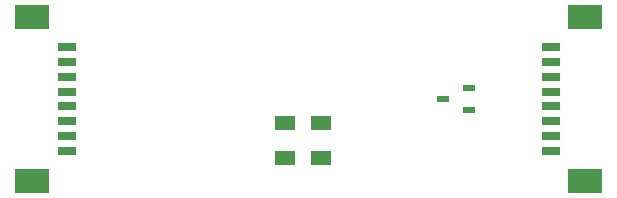
<source format=gbr>
G04 EAGLE Gerber X2 export*
%TF.Part,Single*%
%TF.FileFunction,Paste,Top*%
%TF.FilePolarity,Positive*%
%TF.GenerationSoftware,Autodesk,EAGLE,9.1.0*%
%TF.CreationDate,2020-08-17T16:38:00Z*%
G75*
%MOMM*%
%FSLAX34Y34*%
%LPD*%
%AMOC8*
5,1,8,0,0,1.08239X$1,22.5*%
G01*
%ADD10R,1.050000X0.600000*%
%ADD11R,1.600000X0.800000*%
%ADD12R,3.000000X2.100000*%
%ADD13R,1.680000X1.160000*%


D10*
X471000Y135500D03*
X471000Y154500D03*
X449000Y145000D03*
D11*
X539960Y101250D03*
X539960Y113750D03*
X539960Y126250D03*
X539960Y138750D03*
X539960Y151250D03*
X539960Y163750D03*
X539960Y176250D03*
X539960Y188750D03*
D12*
X568960Y214250D03*
X568960Y75750D03*
D11*
X130040Y188750D03*
X130040Y176250D03*
X130040Y163750D03*
X130040Y151250D03*
X130040Y138750D03*
X130040Y126250D03*
X130040Y113750D03*
X130040Y101250D03*
D12*
X101040Y75750D03*
X101040Y214250D03*
D13*
X345000Y95250D03*
X345000Y124750D03*
X315000Y124750D03*
X315000Y95250D03*
M02*

</source>
